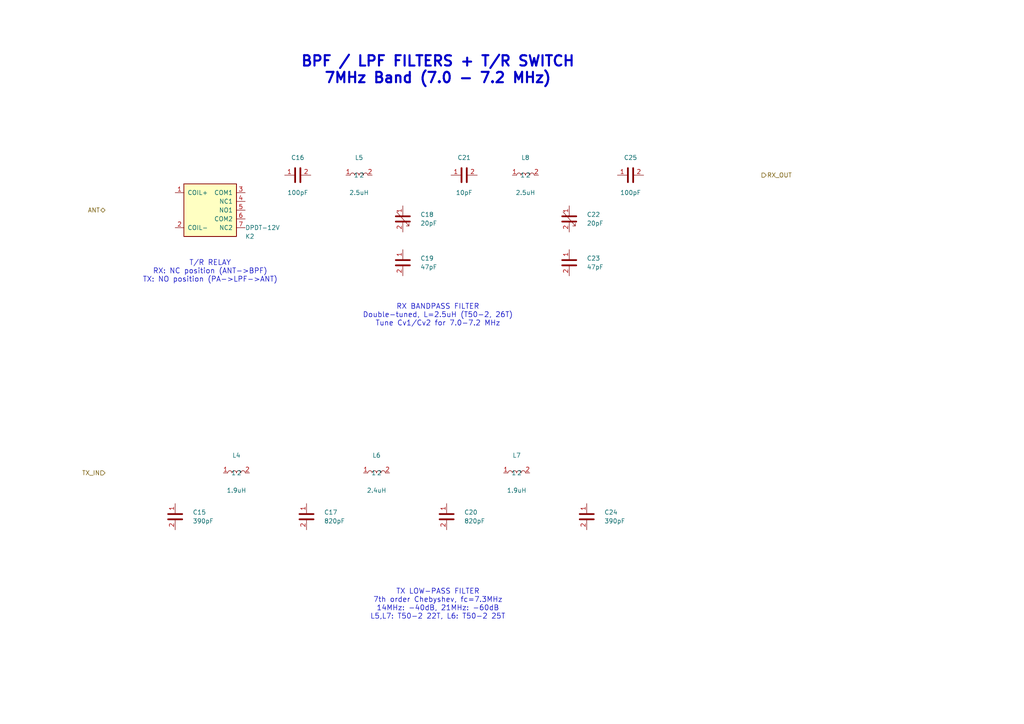
<source format=kicad_sch>
(kicad_sch (version 20250114) (generator "eeschema") (generator_version "9.0")
  (paper "A4")
  (title_block (title "BPF / LPF - 7MHz Filters") (date "2024-12-24") (rev "1.0") (comment 1 "RX BPF + TX LPF + T/R Antenna Switch"))
  (lib_symbols
    (symbol "Device:C" (pin_names (offset 0.254))
      (property "Reference" "C" (at 0.635 2.54 0))
      (property "Value" "C" (at 0.635 -2.54 0))
      (symbol "C_0_1"
        (polyline (pts (xy -2.032 0.762) (xy 2.032 0.762)) (stroke (width 0.508)))
        (polyline (pts (xy -2.032 -0.762) (xy 2.032 -0.762)) (stroke (width 0.508)))
      )
      (symbol "C_1_1"
        (pin passive line (at 0 3.81 270) (length 2.794) (name "~") (number "1"))
        (pin passive line (at 0 -3.81 90) (length 2.794) (name "~") (number "2"))
      )
    )
    (symbol "Device:C_Variable" (pin_names (offset 0.254))
      (property "Reference" "C" (at 0.635 2.54 0))
      (property "Value" "C_Variable" (at 0.635 -2.54 0))
      (symbol "C_Variable_0_1"
        (polyline (pts (xy -2.032 0.762) (xy 2.032 0.762)) (stroke (width 0.508)))
        (polyline (pts (xy -2.032 -0.762) (xy 2.032 -0.762)) (stroke (width 0.508)))
        (polyline (pts (xy -1.778 2.032) (xy 1.778 -2.032)))
        (polyline (pts (xy 1.016 -2.032) (xy 1.778 -2.032) (xy 1.778 -1.27)))
      )
      (symbol "C_Variable_1_1"
        (pin passive line (at 0 3.81 270) (length 2.794) (name "~") (number "1"))
        (pin passive line (at 0 -3.81 90) (length 2.794) (name "~") (number "2"))
      )
    )
    (symbol "Device:L" (pin_names (offset 1.016))
      (property "Reference" "L" (at -1.27 0 90))
      (property "Value" "L" (at 1.905 0 90))
      (symbol "L_0_1"
        (arc (start 0 2.54) (mid 0.6323 1.905) (end 0 1.27))
        (arc (start 0 1.27) (mid 0.6323 0.635) (end 0 0))
        (arc (start 0 0) (mid 0.6323 -0.635) (end 0 -1.27))
        (arc (start 0 -1.27) (mid 0.6323 -1.905) (end 0 -2.54))
      )
      (symbol "L_1_1"
        (pin passive line (at 0 3.81 270) (length 1.27) (name "1") (number "1"))
        (pin passive line (at 0 -3.81 90) (length 1.27) (name "2") (number "2"))
      )
    )
    (symbol "Relay:DPDT_Relay" (pin_names (offset 1.016))
      (property "Reference" "K" (at 10.16 7.62 0))
      (property "Value" "DPDT" (at 10.16 5.08 0))
      (symbol "DPDT_Relay_0_1"
        (rectangle (start -7.62 7.62) (end 7.62 -7.62) (stroke (width 0.254)) (fill (type background)))
      )
      (symbol "DPDT_Relay_1_1"
        (pin passive line (at -10.16 5.08 0) (length 2.54) (name "COIL+") (number "1"))
        (pin passive line (at -10.16 -5.08 0) (length 2.54) (name "COIL-") (number "2"))
        (pin passive line (at 10.16 5.08 180) (length 2.54) (name "COM1") (number "3"))
        (pin passive line (at 10.16 2.54 180) (length 2.54) (name "NC1") (number "4"))
        (pin passive line (at 10.16 0 180) (length 2.54) (name "NO1") (number "5"))
        (pin passive line (at 10.16 -2.54 180) (length 2.54) (name "COM2") (number "6"))
        (pin passive line (at 10.16 -5.08 180) (length 2.54) (name "NC2") (number "7"))
      )
    )
  )
  (text "RX BANDPASS FILTER\nDouble-tuned, L=2.5uH (T50-2, 26T)\nTune Cv1/Cv2 for 7.0-7.2 MHz" (at 127 91.44 0) (effects (font (size 1.5 1.5))))
  (text "T/R RELAY\nRX: NC position (ANT->BPF)\nTX: NO position (PA->LPF->ANT)" (at 60.96 78.74 0) (effects (font (size 1.5 1.5))))
  (text "TX LOW-PASS FILTER\n7th order Chebyshev, fc=7.3MHz\n14MHz: -40dB, 21MHz: -60dB\nL5,L7: T50-2 22T, L6: T50-2 25T" (at 127 175.26 0) (effects (font (size 1.5 1.5))))
  (text "BPF / LPF FILTERS + T/R SWITCH\n7MHz Band (7.0 - 7.2 MHz)" (at 127 20.32 0) (effects (font (size 3 3) (bold yes))))
  (hierarchical_label "ANT" (shape bidirectional) (at 30.48 60.96 180))
  (hierarchical_label "TX_IN" (shape input) (at 30.48 137.16 180))
  (hierarchical_label "RX_OUT" (shape output) (at 220.98 50.8 0))
  (symbol (lib_id "Device:C") (at 86.36 50.8 90) (unit 1)
    (property "Reference" "C16" (at 86.36 45.72 90))
    (property "Value" "100pF" (at 86.36 55.88 90))
    (property "Footprint" "Capacitor_THT:C_Disc_D5.0mm_W2.5mm_P5.00mm" (effects (hide yes)))
  )
  (symbol (lib_id "Device:C") (at 134.62 50.8 90) (unit 1)
    (property "Reference" "C21" (at 134.62 45.72 90))
    (property "Value" "10pF" (at 134.62 55.88 90))
    (property "Footprint" "Capacitor_THT:C_Disc_D5.0mm_W2.5mm_P5.00mm" (effects (hide yes)))
  )
  (symbol (lib_id "Device:C") (at 182.88 50.8 90) (unit 1)
    (property "Reference" "C25" (at 182.88 45.72 90))
    (property "Value" "100pF" (at 182.88 55.88 90))
    (property "Footprint" "Capacitor_THT:C_Disc_D5.0mm_W2.5mm_P5.00mm" (effects (hide yes)))
  )
  (symbol (lib_id "Device:C") (at 50.8 149.86 0) (unit 1)
    (property "Reference" "C15" (at 55.88 148.59 0) (effects (justify left)))
    (property "Value" "390pF" (at 55.88 151.13 0) (effects (justify left)))
    (property "Footprint" "Capacitor_THT:C_Disc_D5.0mm_W2.5mm_P5.00mm" (effects (hide yes)))
  )
  (symbol (lib_id "Device:C_Variable") (at 116.84 63.5 0) (unit 1)
    (property "Reference" "C18" (at 121.92 62.23 0) (effects (justify left)))
    (property "Value" "20pF" (at 121.92 64.77 0) (effects (justify left)))
    (property "Footprint" "Capacitor_THT:C_Disc_D5.0mm_W2.5mm_P5.00mm" (effects (hide yes)))
  )
  (symbol (lib_id "Device:C_Variable") (at 165.1 63.5 0) (unit 1)
    (property "Reference" "C22" (at 170.18 62.23 0) (effects (justify left)))
    (property "Value" "20pF" (at 170.18 64.77 0) (effects (justify left)))
    (property "Footprint" "Capacitor_THT:C_Disc_D5.0mm_W2.5mm_P5.00mm" (effects (hide yes)))
  )
  (symbol (lib_id "Device:L") (at 68.58 137.16 90) (unit 1)
    (property "Reference" "L4" (at 68.58 132.08 90))
    (property "Value" "1.9uH" (at 68.58 142.24 90))
    (property "Footprint" "Inductor_THT:L_Radial_D8.7mm_P5.00mm_Fastron_07HCP" (effects (hide yes)))
  )
  (symbol (lib_id "Relay:DPDT_Relay") (at 60.96 60.96 0) (unit 1)
    (property "Reference" "K2" (at 71.12 68.58 0) (effects (justify left)))
    (property "Value" "DPDT-12V" (at 71.12 66.04 0) (effects (justify left)))
    (property "Footprint" "Connector_PinHeader_2.54mm:PinHeader_1x07_P2.54mm_Vertical" (effects (hide yes)))
  )
  (symbol (lib_id "Device:C") (at 165.1 76.2 0) (unit 1)
    (property "Reference" "C23" (at 170.18 74.93 0) (effects (justify left)))
    (property "Value" "47pF" (at 170.18 77.47 0) (effects (justify left)))
    (property "Footprint" "Capacitor_THT:C_Disc_D5.0mm_W2.5mm_P5.00mm" (effects (hide yes)))
  )
  (symbol (lib_id "Device:L") (at 104.14 50.8 90) (unit 1)
    (property "Reference" "L5" (at 104.14 45.72 90))
    (property "Value" "2.5uH" (at 104.14 55.88 90))
    (property "Footprint" "Inductor_THT:L_Radial_D8.7mm_P5.00mm_Fastron_07HCP" (effects (hide yes)))
  )
  (symbol (lib_id "Device:C") (at 170.18 149.86 0) (unit 1)
    (property "Reference" "C24" (at 175.26 148.59 0) (effects (justify left)))
    (property "Value" "390pF" (at 175.26 151.13 0) (effects (justify left)))
    (property "Footprint" "Capacitor_THT:C_Disc_D5.0mm_W2.5mm_P5.00mm" (effects (hide yes)))
  )
  (symbol (lib_id "Device:C") (at 116.84 76.2 0) (unit 1)
    (property "Reference" "C19" (at 121.92 74.93 0) (effects (justify left)))
    (property "Value" "47pF" (at 121.92 77.47 0) (effects (justify left)))
    (property "Footprint" "Capacitor_THT:C_Disc_D5.0mm_W2.5mm_P5.00mm" (effects (hide yes)))
  )
  (symbol (lib_id "Device:L") (at 149.86 137.16 90) (unit 1)
    (property "Reference" "L7" (at 149.86 132.08 90))
    (property "Value" "1.9uH" (at 149.86 142.24 90))
    (property "Footprint" "Inductor_THT:L_Radial_D8.7mm_P5.00mm_Fastron_07HCP" (effects (hide yes)))
  )
  (symbol (lib_id "Device:L") (at 109.22 137.16 90) (unit 1)
    (property "Reference" "L6" (at 109.22 132.08 90))
    (property "Value" "2.4uH" (at 109.22 142.24 90))
    (property "Footprint" "Inductor_THT:L_Radial_D8.7mm_P5.00mm_Fastron_07HCP" (effects (hide yes)))
  )
  (symbol (lib_id "Device:L") (at 152.4 50.8 90) (unit 1)
    (property "Reference" "L8" (at 152.4 45.72 90))
    (property "Value" "2.5uH" (at 152.4 55.88 90))
    (property "Footprint" "Inductor_THT:L_Radial_D8.7mm_P5.00mm_Fastron_07HCP" (effects (hide yes)))
  )
  (symbol (lib_id "Device:C") (at 129.54 149.86 0) (unit 1)
    (property "Reference" "C20" (at 134.62 148.59 0) (effects (justify left)))
    (property "Value" "820pF" (at 134.62 151.13 0) (effects (justify left)))
    (property "Footprint" "Capacitor_THT:C_Disc_D5.0mm_W2.5mm_P5.00mm" (effects (hide yes)))
  )
  (symbol (lib_id "Device:C") (at 88.9 149.86 0) (unit 1)
    (property "Reference" "C17" (at 93.98 148.59 0) (effects (justify left)))
    (property "Value" "820pF" (at 93.98 151.13 0) (effects (justify left)))
    (property "Footprint" "Capacitor_THT:C_Disc_D5.0mm_W2.5mm_P5.00mm" (effects (hide yes)))
  )
)
</source>
